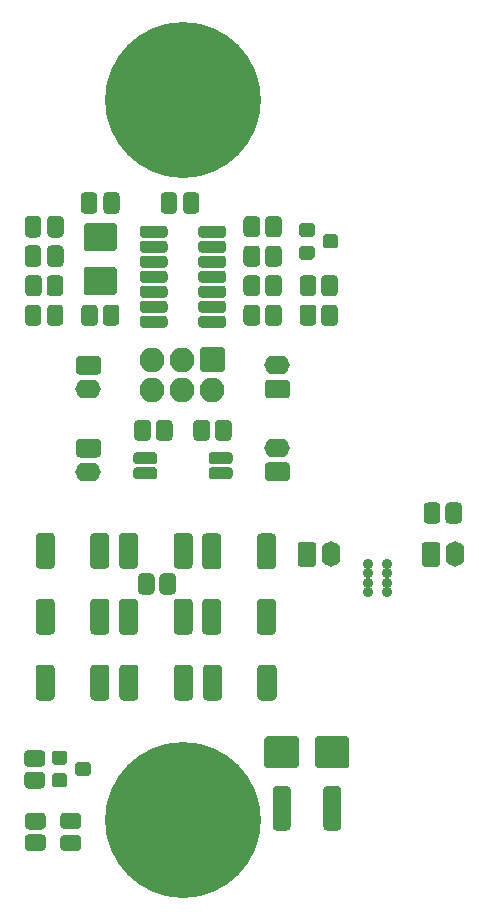
<source format=gbr>
G04 #@! TF.GenerationSoftware,KiCad,Pcbnew,5.1.10-88a1d61d58~88~ubuntu18.04.1*
G04 #@! TF.CreationDate,2021-11-17T22:12:39+08:00*
G04 #@! TF.ProjectId,ModuleV440,4d6f6475-6c65-4563-9434-302e6b696361,rev?*
G04 #@! TF.SameCoordinates,Original*
G04 #@! TF.FileFunction,Soldermask,Top*
G04 #@! TF.FilePolarity,Negative*
%FSLAX46Y46*%
G04 Gerber Fmt 4.6, Leading zero omitted, Abs format (unit mm)*
G04 Created by KiCad (PCBNEW 5.1.10-88a1d61d58~88~ubuntu18.04.1) date 2021-11-17 22:12:39*
%MOMM*%
%LPD*%
G01*
G04 APERTURE LIST*
%ADD10C,0.900000*%
%ADD11O,1.600000X2.150000*%
%ADD12O,2.100000X2.100000*%
%ADD13O,2.150000X1.600000*%
%ADD14C,1.300000*%
%ADD15C,13.200000*%
G04 APERTURE END LIST*
D10*
X132617600Y-86537600D03*
X132617600Y-84137600D03*
X132617600Y-85737600D03*
X132617600Y-84937600D03*
X132617600Y-84937600D03*
X134217600Y-84137600D03*
X134217600Y-84937600D03*
X134217600Y-85737600D03*
X134217600Y-86537600D03*
X134217600Y-84937600D03*
G36*
G01*
X138717600Y-79285159D02*
X138717600Y-80390041D01*
G75*
G02*
X138370041Y-80737600I-347559J0D01*
G01*
X137640159Y-80737600D01*
G75*
G02*
X137292600Y-80390041I0J347559D01*
G01*
X137292600Y-79285159D01*
G75*
G02*
X137640159Y-78937600I347559J0D01*
G01*
X138370041Y-78937600D01*
G75*
G02*
X138717600Y-79285159I0J-347559D01*
G01*
G37*
G36*
G01*
X140542600Y-79285159D02*
X140542600Y-80390041D01*
G75*
G02*
X140195041Y-80737600I-347559J0D01*
G01*
X139465159Y-80737600D01*
G75*
G02*
X139117600Y-80390041I0J347559D01*
G01*
X139117600Y-79285159D01*
G75*
G02*
X139465159Y-78937600I347559J0D01*
G01*
X140195041Y-78937600D01*
G75*
G02*
X140542600Y-79285159I0J-347559D01*
G01*
G37*
D11*
X139917600Y-83337600D03*
G36*
G01*
X137117600Y-84079268D02*
X137117600Y-82595932D01*
G75*
G02*
X137450932Y-82262600I333332J0D01*
G01*
X138384268Y-82262600D01*
G75*
G02*
X138717600Y-82595932I0J-333332D01*
G01*
X138717600Y-84079268D01*
G75*
G02*
X138384268Y-84412600I-333332J0D01*
G01*
X137450932Y-84412600D01*
G75*
G02*
X137117600Y-84079268I0J333332D01*
G01*
G37*
G36*
G01*
X119217600Y-72285158D02*
X119217600Y-73390042D01*
G75*
G02*
X118870042Y-73737600I-347558J0D01*
G01*
X118140158Y-73737600D01*
G75*
G02*
X117792600Y-73390042I0J347558D01*
G01*
X117792600Y-72285158D01*
G75*
G02*
X118140158Y-71937600I347558J0D01*
G01*
X118870042Y-71937600D01*
G75*
G02*
X119217600Y-72285158I0J-347558D01*
G01*
G37*
G36*
G01*
X121042600Y-72285158D02*
X121042600Y-73390042D01*
G75*
G02*
X120695042Y-73737600I-347558J0D01*
G01*
X119965158Y-73737600D01*
G75*
G02*
X119617600Y-73390042I0J347558D01*
G01*
X119617600Y-72285158D01*
G75*
G02*
X119965158Y-71937600I347558J0D01*
G01*
X120695042Y-71937600D01*
G75*
G02*
X121042600Y-72285158I0J-347558D01*
G01*
G37*
G36*
G01*
X123867600Y-63640042D02*
X123867600Y-62535158D01*
G75*
G02*
X124215158Y-62187600I347558J0D01*
G01*
X124945042Y-62187600D01*
G75*
G02*
X125292600Y-62535158I0J-347558D01*
G01*
X125292600Y-63640042D01*
G75*
G02*
X124945042Y-63987600I-347558J0D01*
G01*
X124215158Y-63987600D01*
G75*
G02*
X123867600Y-63640042I0J347558D01*
G01*
G37*
G36*
G01*
X122042600Y-63640042D02*
X122042600Y-62535158D01*
G75*
G02*
X122390158Y-62187600I347558J0D01*
G01*
X123120042Y-62187600D01*
G75*
G02*
X123467600Y-62535158I0J-347558D01*
G01*
X123467600Y-63640042D01*
G75*
G02*
X123120042Y-63987600I-347558J0D01*
G01*
X122390158Y-63987600D01*
G75*
G02*
X122042600Y-63640042I0J347558D01*
G01*
G37*
G36*
G01*
X128617600Y-63640042D02*
X128617600Y-62535158D01*
G75*
G02*
X128965158Y-62187600I347558J0D01*
G01*
X129695042Y-62187600D01*
G75*
G02*
X130042600Y-62535158I0J-347558D01*
G01*
X130042600Y-63640042D01*
G75*
G02*
X129695042Y-63987600I-347558J0D01*
G01*
X128965158Y-63987600D01*
G75*
G02*
X128617600Y-63640042I0J347558D01*
G01*
G37*
G36*
G01*
X126792600Y-63640042D02*
X126792600Y-62535158D01*
G75*
G02*
X127140158Y-62187600I347558J0D01*
G01*
X127870042Y-62187600D01*
G75*
G02*
X128217600Y-62535158I0J-347558D01*
G01*
X128217600Y-63640042D01*
G75*
G02*
X127870042Y-63987600I-347558J0D01*
G01*
X127140158Y-63987600D01*
G75*
G02*
X126792600Y-63640042I0J347558D01*
G01*
G37*
G36*
G01*
X105417600Y-63643850D02*
X105417600Y-62531350D01*
G75*
G02*
X105761350Y-62187600I343750J0D01*
G01*
X106448850Y-62187600D01*
G75*
G02*
X106792600Y-62531350I0J-343750D01*
G01*
X106792600Y-63643850D01*
G75*
G02*
X106448850Y-63987600I-343750J0D01*
G01*
X105761350Y-63987600D01*
G75*
G02*
X105417600Y-63643850I0J343750D01*
G01*
G37*
G36*
G01*
X103542600Y-63643850D02*
X103542600Y-62531350D01*
G75*
G02*
X103886350Y-62187600I343750J0D01*
G01*
X104573850Y-62187600D01*
G75*
G02*
X104917600Y-62531350I0J-343750D01*
G01*
X104917600Y-63643850D01*
G75*
G02*
X104573850Y-63987600I-343750J0D01*
G01*
X103886350Y-63987600D01*
G75*
G02*
X103542600Y-63643850I0J343750D01*
G01*
G37*
G36*
G01*
X128617600Y-61140042D02*
X128617600Y-60035158D01*
G75*
G02*
X128965158Y-59687600I347558J0D01*
G01*
X129695042Y-59687600D01*
G75*
G02*
X130042600Y-60035158I0J-347558D01*
G01*
X130042600Y-61140042D01*
G75*
G02*
X129695042Y-61487600I-347558J0D01*
G01*
X128965158Y-61487600D01*
G75*
G02*
X128617600Y-61140042I0J347558D01*
G01*
G37*
G36*
G01*
X126792600Y-61140042D02*
X126792600Y-60035158D01*
G75*
G02*
X127140158Y-59687600I347558J0D01*
G01*
X127870042Y-59687600D01*
G75*
G02*
X128217600Y-60035158I0J-347558D01*
G01*
X128217600Y-61140042D01*
G75*
G02*
X127870042Y-61487600I-347558J0D01*
G01*
X127140158Y-61487600D01*
G75*
G02*
X126792600Y-61140042I0J347558D01*
G01*
G37*
G36*
G01*
X123867600Y-61140042D02*
X123867600Y-60035158D01*
G75*
G02*
X124215158Y-59687600I347558J0D01*
G01*
X124945042Y-59687600D01*
G75*
G02*
X125292600Y-60035158I0J-347558D01*
G01*
X125292600Y-61140042D01*
G75*
G02*
X124945042Y-61487600I-347558J0D01*
G01*
X124215158Y-61487600D01*
G75*
G02*
X123867600Y-61140042I0J347558D01*
G01*
G37*
G36*
G01*
X122042600Y-61140042D02*
X122042600Y-60035158D01*
G75*
G02*
X122390158Y-59687600I347558J0D01*
G01*
X123120042Y-59687600D01*
G75*
G02*
X123467600Y-60035158I0J-347558D01*
G01*
X123467600Y-61140042D01*
G75*
G02*
X123120042Y-61487600I-347558J0D01*
G01*
X122390158Y-61487600D01*
G75*
G02*
X122042600Y-61140042I0J347558D01*
G01*
G37*
G36*
G01*
X123867600Y-56140042D02*
X123867600Y-55035158D01*
G75*
G02*
X124215158Y-54687600I347558J0D01*
G01*
X124945042Y-54687600D01*
G75*
G02*
X125292600Y-55035158I0J-347558D01*
G01*
X125292600Y-56140042D01*
G75*
G02*
X124945042Y-56487600I-347558J0D01*
G01*
X124215158Y-56487600D01*
G75*
G02*
X123867600Y-56140042I0J347558D01*
G01*
G37*
G36*
G01*
X122042600Y-56140042D02*
X122042600Y-55035158D01*
G75*
G02*
X122390158Y-54687600I347558J0D01*
G01*
X123120042Y-54687600D01*
G75*
G02*
X123467600Y-55035158I0J-347558D01*
G01*
X123467600Y-56140042D01*
G75*
G02*
X123120042Y-56487600I-347558J0D01*
G01*
X122390158Y-56487600D01*
G75*
G02*
X122042600Y-56140042I0J347558D01*
G01*
G37*
G36*
G01*
X110117600Y-63640042D02*
X110117600Y-62535158D01*
G75*
G02*
X110465158Y-62187600I347558J0D01*
G01*
X111195042Y-62187600D01*
G75*
G02*
X111542600Y-62535158I0J-347558D01*
G01*
X111542600Y-63640042D01*
G75*
G02*
X111195042Y-63987600I-347558J0D01*
G01*
X110465158Y-63987600D01*
G75*
G02*
X110117600Y-63640042I0J347558D01*
G01*
G37*
G36*
G01*
X108292600Y-63640042D02*
X108292600Y-62535158D01*
G75*
G02*
X108640158Y-62187600I347558J0D01*
G01*
X109370042Y-62187600D01*
G75*
G02*
X109717600Y-62535158I0J-347558D01*
G01*
X109717600Y-63640042D01*
G75*
G02*
X109370042Y-63987600I-347558J0D01*
G01*
X108640158Y-63987600D01*
G75*
G02*
X108292600Y-63640042I0J347558D01*
G01*
G37*
G36*
G01*
X111117600Y-61387600D02*
X108717600Y-61387600D01*
G75*
G02*
X108517600Y-61187600I0J200000D01*
G01*
X108517600Y-59187600D01*
G75*
G02*
X108717600Y-58987600I200000J0D01*
G01*
X111117600Y-58987600D01*
G75*
G02*
X111317600Y-59187600I0J-200000D01*
G01*
X111317600Y-61187600D01*
G75*
G02*
X111117600Y-61387600I-200000J0D01*
G01*
G37*
G36*
G01*
X111117600Y-57687600D02*
X108717600Y-57687600D01*
G75*
G02*
X108517600Y-57487600I0J200000D01*
G01*
X108517600Y-55487600D01*
G75*
G02*
X108717600Y-55287600I200000J0D01*
G01*
X111117600Y-55287600D01*
G75*
G02*
X111317600Y-55487600I0J-200000D01*
G01*
X111317600Y-57487600D01*
G75*
G02*
X111117600Y-57687600I-200000J0D01*
G01*
G37*
G36*
G01*
X118567600Y-65787600D02*
X120267600Y-65787600D01*
G75*
G02*
X120467600Y-65987600I0J-200000D01*
G01*
X120467600Y-67687600D01*
G75*
G02*
X120267600Y-67887600I-200000J0D01*
G01*
X118567600Y-67887600D01*
G75*
G02*
X118367600Y-67687600I0J200000D01*
G01*
X118367600Y-65987600D01*
G75*
G02*
X118567600Y-65787600I200000J0D01*
G01*
G37*
D12*
X119417600Y-69377600D03*
X116877600Y-66837600D03*
X116877600Y-69377600D03*
X114337600Y-66837600D03*
X114337600Y-69377600D03*
G36*
G01*
X123467600Y-57535158D02*
X123467600Y-58640042D01*
G75*
G02*
X123120042Y-58987600I-347558J0D01*
G01*
X122390158Y-58987600D01*
G75*
G02*
X122042600Y-58640042I0J347558D01*
G01*
X122042600Y-57535158D01*
G75*
G02*
X122390158Y-57187600I347558J0D01*
G01*
X123120042Y-57187600D01*
G75*
G02*
X123467600Y-57535158I0J-347558D01*
G01*
G37*
G36*
G01*
X125292600Y-57535158D02*
X125292600Y-58640042D01*
G75*
G02*
X124945042Y-58987600I-347558J0D01*
G01*
X124215158Y-58987600D01*
G75*
G02*
X123867600Y-58640042I0J347558D01*
G01*
X123867600Y-57535158D01*
G75*
G02*
X124215158Y-57187600I347558J0D01*
G01*
X124945042Y-57187600D01*
G75*
G02*
X125292600Y-57535158I0J-347558D01*
G01*
G37*
G36*
G01*
X104967600Y-60035158D02*
X104967600Y-61140042D01*
G75*
G02*
X104620042Y-61487600I-347558J0D01*
G01*
X103890158Y-61487600D01*
G75*
G02*
X103542600Y-61140042I0J347558D01*
G01*
X103542600Y-60035158D01*
G75*
G02*
X103890158Y-59687600I347558J0D01*
G01*
X104620042Y-59687600D01*
G75*
G02*
X104967600Y-60035158I0J-347558D01*
G01*
G37*
G36*
G01*
X106792600Y-60035158D02*
X106792600Y-61140042D01*
G75*
G02*
X106445042Y-61487600I-347558J0D01*
G01*
X105715158Y-61487600D01*
G75*
G02*
X105367600Y-61140042I0J347558D01*
G01*
X105367600Y-60035158D01*
G75*
G02*
X105715158Y-59687600I347558J0D01*
G01*
X106445042Y-59687600D01*
G75*
G02*
X106792600Y-60035158I0J-347558D01*
G01*
G37*
G36*
G01*
X128767600Y-57237600D02*
X128767600Y-56437600D01*
G75*
G02*
X128967600Y-56237600I200000J0D01*
G01*
X129867600Y-56237600D01*
G75*
G02*
X130067600Y-56437600I0J-200000D01*
G01*
X130067600Y-57237600D01*
G75*
G02*
X129867600Y-57437600I-200000J0D01*
G01*
X128967600Y-57437600D01*
G75*
G02*
X128767600Y-57237600I0J200000D01*
G01*
G37*
G36*
G01*
X126767600Y-58187600D02*
X126767600Y-57387600D01*
G75*
G02*
X126967600Y-57187600I200000J0D01*
G01*
X127867600Y-57187600D01*
G75*
G02*
X128067600Y-57387600I0J-200000D01*
G01*
X128067600Y-58187600D01*
G75*
G02*
X127867600Y-58387600I-200000J0D01*
G01*
X126967600Y-58387600D01*
G75*
G02*
X126767600Y-58187600I0J200000D01*
G01*
G37*
G36*
G01*
X126767600Y-56287600D02*
X126767600Y-55487600D01*
G75*
G02*
X126967600Y-55287600I200000J0D01*
G01*
X127867600Y-55287600D01*
G75*
G02*
X128067600Y-55487600I0J-200000D01*
G01*
X128067600Y-56287600D01*
G75*
G02*
X127867600Y-56487600I-200000J0D01*
G01*
X126967600Y-56487600D01*
G75*
G02*
X126767600Y-56287600I0J200000D01*
G01*
G37*
G36*
G01*
X104917600Y-57512600D02*
X104917600Y-58662600D01*
G75*
G02*
X104567600Y-59012600I-350000J0D01*
G01*
X103867600Y-59012600D01*
G75*
G02*
X103517600Y-58662600I0J350000D01*
G01*
X103517600Y-57512600D01*
G75*
G02*
X103867600Y-57162600I350000J0D01*
G01*
X104567600Y-57162600D01*
G75*
G02*
X104917600Y-57512600I0J-350000D01*
G01*
G37*
G36*
G01*
X106817600Y-57512600D02*
X106817600Y-58662600D01*
G75*
G02*
X106467600Y-59012600I-350000J0D01*
G01*
X105767600Y-59012600D01*
G75*
G02*
X105417600Y-58662600I0J350000D01*
G01*
X105417600Y-57512600D01*
G75*
G02*
X105767600Y-57162600I350000J0D01*
G01*
X106467600Y-57162600D01*
G75*
G02*
X106817600Y-57512600I0J-350000D01*
G01*
G37*
G36*
G01*
X104917600Y-55012600D02*
X104917600Y-56162600D01*
G75*
G02*
X104567600Y-56512600I-350000J0D01*
G01*
X103867600Y-56512600D01*
G75*
G02*
X103517600Y-56162600I0J350000D01*
G01*
X103517600Y-55012600D01*
G75*
G02*
X103867600Y-54662600I350000J0D01*
G01*
X104567600Y-54662600D01*
G75*
G02*
X104917600Y-55012600I0J-350000D01*
G01*
G37*
G36*
G01*
X106817600Y-55012600D02*
X106817600Y-56162600D01*
G75*
G02*
X106467600Y-56512600I-350000J0D01*
G01*
X105767600Y-56512600D01*
G75*
G02*
X105417600Y-56162600I0J350000D01*
G01*
X105417600Y-55012600D01*
G75*
G02*
X105767600Y-54662600I350000J0D01*
G01*
X106467600Y-54662600D01*
G75*
G02*
X106817600Y-55012600I0J-350000D01*
G01*
G37*
G36*
G01*
X116917600Y-54162600D02*
X116917600Y-53012600D01*
G75*
G02*
X117267600Y-52662600I350000J0D01*
G01*
X117967600Y-52662600D01*
G75*
G02*
X118317600Y-53012600I0J-350000D01*
G01*
X118317600Y-54162600D01*
G75*
G02*
X117967600Y-54512600I-350000J0D01*
G01*
X117267600Y-54512600D01*
G75*
G02*
X116917600Y-54162600I0J350000D01*
G01*
G37*
G36*
G01*
X115017600Y-54162600D02*
X115017600Y-53012600D01*
G75*
G02*
X115367600Y-52662600I350000J0D01*
G01*
X116067600Y-52662600D01*
G75*
G02*
X116417600Y-53012600I0J-350000D01*
G01*
X116417600Y-54162600D01*
G75*
G02*
X116067600Y-54512600I-350000J0D01*
G01*
X115367600Y-54512600D01*
G75*
G02*
X115017600Y-54162600I0J350000D01*
G01*
G37*
G36*
G01*
X109667600Y-53012600D02*
X109667600Y-54162600D01*
G75*
G02*
X109317600Y-54512600I-350000J0D01*
G01*
X108617600Y-54512600D01*
G75*
G02*
X108267600Y-54162600I0J350000D01*
G01*
X108267600Y-53012600D01*
G75*
G02*
X108617600Y-52662600I350000J0D01*
G01*
X109317600Y-52662600D01*
G75*
G02*
X109667600Y-53012600I0J-350000D01*
G01*
G37*
G36*
G01*
X111567600Y-53012600D02*
X111567600Y-54162600D01*
G75*
G02*
X111217600Y-54512600I-350000J0D01*
G01*
X110517600Y-54512600D01*
G75*
G02*
X110167600Y-54162600I0J350000D01*
G01*
X110167600Y-53012600D01*
G75*
G02*
X110517600Y-52662600I350000J0D01*
G01*
X111217600Y-52662600D01*
G75*
G02*
X111567600Y-53012600I0J-350000D01*
G01*
G37*
G36*
G01*
X118217600Y-56277600D02*
X118217600Y-55777600D01*
G75*
G02*
X118467600Y-55527600I250000J0D01*
G01*
X120317600Y-55527600D01*
G75*
G02*
X120567600Y-55777600I0J-250000D01*
G01*
X120567600Y-56277600D01*
G75*
G02*
X120317600Y-56527600I-250000J0D01*
G01*
X118467600Y-56527600D01*
G75*
G02*
X118217600Y-56277600I0J250000D01*
G01*
G37*
G36*
G01*
X118217600Y-57547600D02*
X118217600Y-57047600D01*
G75*
G02*
X118467600Y-56797600I250000J0D01*
G01*
X120317600Y-56797600D01*
G75*
G02*
X120567600Y-57047600I0J-250000D01*
G01*
X120567600Y-57547600D01*
G75*
G02*
X120317600Y-57797600I-250000J0D01*
G01*
X118467600Y-57797600D01*
G75*
G02*
X118217600Y-57547600I0J250000D01*
G01*
G37*
G36*
G01*
X118217600Y-58817600D02*
X118217600Y-58317600D01*
G75*
G02*
X118467600Y-58067600I250000J0D01*
G01*
X120317600Y-58067600D01*
G75*
G02*
X120567600Y-58317600I0J-250000D01*
G01*
X120567600Y-58817600D01*
G75*
G02*
X120317600Y-59067600I-250000J0D01*
G01*
X118467600Y-59067600D01*
G75*
G02*
X118217600Y-58817600I0J250000D01*
G01*
G37*
G36*
G01*
X118217600Y-60087600D02*
X118217600Y-59587600D01*
G75*
G02*
X118467600Y-59337600I250000J0D01*
G01*
X120317600Y-59337600D01*
G75*
G02*
X120567600Y-59587600I0J-250000D01*
G01*
X120567600Y-60087600D01*
G75*
G02*
X120317600Y-60337600I-250000J0D01*
G01*
X118467600Y-60337600D01*
G75*
G02*
X118217600Y-60087600I0J250000D01*
G01*
G37*
G36*
G01*
X118217600Y-61357600D02*
X118217600Y-60857600D01*
G75*
G02*
X118467600Y-60607600I250000J0D01*
G01*
X120317600Y-60607600D01*
G75*
G02*
X120567600Y-60857600I0J-250000D01*
G01*
X120567600Y-61357600D01*
G75*
G02*
X120317600Y-61607600I-250000J0D01*
G01*
X118467600Y-61607600D01*
G75*
G02*
X118217600Y-61357600I0J250000D01*
G01*
G37*
G36*
G01*
X118217600Y-62627600D02*
X118217600Y-62127600D01*
G75*
G02*
X118467600Y-61877600I250000J0D01*
G01*
X120317600Y-61877600D01*
G75*
G02*
X120567600Y-62127600I0J-250000D01*
G01*
X120567600Y-62627600D01*
G75*
G02*
X120317600Y-62877600I-250000J0D01*
G01*
X118467600Y-62877600D01*
G75*
G02*
X118217600Y-62627600I0J250000D01*
G01*
G37*
G36*
G01*
X118217600Y-63897600D02*
X118217600Y-63397600D01*
G75*
G02*
X118467600Y-63147600I250000J0D01*
G01*
X120317600Y-63147600D01*
G75*
G02*
X120567600Y-63397600I0J-250000D01*
G01*
X120567600Y-63897600D01*
G75*
G02*
X120317600Y-64147600I-250000J0D01*
G01*
X118467600Y-64147600D01*
G75*
G02*
X118217600Y-63897600I0J250000D01*
G01*
G37*
G36*
G01*
X113267600Y-63897600D02*
X113267600Y-63397600D01*
G75*
G02*
X113517600Y-63147600I250000J0D01*
G01*
X115367600Y-63147600D01*
G75*
G02*
X115617600Y-63397600I0J-250000D01*
G01*
X115617600Y-63897600D01*
G75*
G02*
X115367600Y-64147600I-250000J0D01*
G01*
X113517600Y-64147600D01*
G75*
G02*
X113267600Y-63897600I0J250000D01*
G01*
G37*
G36*
G01*
X113267600Y-62627600D02*
X113267600Y-62127600D01*
G75*
G02*
X113517600Y-61877600I250000J0D01*
G01*
X115367600Y-61877600D01*
G75*
G02*
X115617600Y-62127600I0J-250000D01*
G01*
X115617600Y-62627600D01*
G75*
G02*
X115367600Y-62877600I-250000J0D01*
G01*
X113517600Y-62877600D01*
G75*
G02*
X113267600Y-62627600I0J250000D01*
G01*
G37*
G36*
G01*
X113267600Y-61357600D02*
X113267600Y-60857600D01*
G75*
G02*
X113517600Y-60607600I250000J0D01*
G01*
X115367600Y-60607600D01*
G75*
G02*
X115617600Y-60857600I0J-250000D01*
G01*
X115617600Y-61357600D01*
G75*
G02*
X115367600Y-61607600I-250000J0D01*
G01*
X113517600Y-61607600D01*
G75*
G02*
X113267600Y-61357600I0J250000D01*
G01*
G37*
G36*
G01*
X113267600Y-60087600D02*
X113267600Y-59587600D01*
G75*
G02*
X113517600Y-59337600I250000J0D01*
G01*
X115367600Y-59337600D01*
G75*
G02*
X115617600Y-59587600I0J-250000D01*
G01*
X115617600Y-60087600D01*
G75*
G02*
X115367600Y-60337600I-250000J0D01*
G01*
X113517600Y-60337600D01*
G75*
G02*
X113267600Y-60087600I0J250000D01*
G01*
G37*
G36*
G01*
X113267600Y-58817600D02*
X113267600Y-58317600D01*
G75*
G02*
X113517600Y-58067600I250000J0D01*
G01*
X115367600Y-58067600D01*
G75*
G02*
X115617600Y-58317600I0J-250000D01*
G01*
X115617600Y-58817600D01*
G75*
G02*
X115367600Y-59067600I-250000J0D01*
G01*
X113517600Y-59067600D01*
G75*
G02*
X113267600Y-58817600I0J250000D01*
G01*
G37*
G36*
G01*
X113267600Y-57547600D02*
X113267600Y-57047600D01*
G75*
G02*
X113517600Y-56797600I250000J0D01*
G01*
X115367600Y-56797600D01*
G75*
G02*
X115617600Y-57047600I0J-250000D01*
G01*
X115617600Y-57547600D01*
G75*
G02*
X115367600Y-57797600I-250000J0D01*
G01*
X113517600Y-57797600D01*
G75*
G02*
X113267600Y-57547600I0J250000D01*
G01*
G37*
G36*
G01*
X113267600Y-56277600D02*
X113267600Y-55777600D01*
G75*
G02*
X113517600Y-55527600I250000J0D01*
G01*
X115367600Y-55527600D01*
G75*
G02*
X115617600Y-55777600I0J-250000D01*
G01*
X115617600Y-56277600D01*
G75*
G02*
X115367600Y-56527600I-250000J0D01*
G01*
X113517600Y-56527600D01*
G75*
G02*
X113267600Y-56277600I0J250000D01*
G01*
G37*
G36*
G01*
X120167600Y-81894231D02*
X120167600Y-84280969D01*
G75*
G02*
X119835969Y-84612600I-331631J0D01*
G01*
X118874231Y-84612600D01*
G75*
G02*
X118542600Y-84280969I0J331631D01*
G01*
X118542600Y-81894231D01*
G75*
G02*
X118874231Y-81562600I331631J0D01*
G01*
X119835969Y-81562600D01*
G75*
G02*
X120167600Y-81894231I0J-331631D01*
G01*
G37*
G36*
G01*
X124792600Y-81894231D02*
X124792600Y-84280969D01*
G75*
G02*
X124460969Y-84612600I-331631J0D01*
G01*
X123499231Y-84612600D01*
G75*
G02*
X123167600Y-84280969I0J331631D01*
G01*
X123167600Y-81894231D01*
G75*
G02*
X123499231Y-81562600I331631J0D01*
G01*
X124460969Y-81562600D01*
G75*
G02*
X124792600Y-81894231I0J-331631D01*
G01*
G37*
G36*
G01*
X116117600Y-84230969D02*
X116117600Y-81844231D01*
G75*
G02*
X116449231Y-81512600I331631J0D01*
G01*
X117410969Y-81512600D01*
G75*
G02*
X117742600Y-81844231I0J-331631D01*
G01*
X117742600Y-84230969D01*
G75*
G02*
X117410969Y-84562600I-331631J0D01*
G01*
X116449231Y-84562600D01*
G75*
G02*
X116117600Y-84230969I0J331631D01*
G01*
G37*
G36*
G01*
X111492600Y-84230969D02*
X111492600Y-81844231D01*
G75*
G02*
X111824231Y-81512600I331631J0D01*
G01*
X112785969Y-81512600D01*
G75*
G02*
X113117600Y-81844231I0J-331631D01*
G01*
X113117600Y-84230969D01*
G75*
G02*
X112785969Y-84562600I-331631J0D01*
G01*
X111824231Y-84562600D01*
G75*
G02*
X111492600Y-84230969I0J331631D01*
G01*
G37*
G36*
G01*
X123167600Y-89805969D02*
X123167600Y-87419231D01*
G75*
G02*
X123499231Y-87087600I331631J0D01*
G01*
X124460969Y-87087600D01*
G75*
G02*
X124792600Y-87419231I0J-331631D01*
G01*
X124792600Y-89805969D01*
G75*
G02*
X124460969Y-90137600I-331631J0D01*
G01*
X123499231Y-90137600D01*
G75*
G02*
X123167600Y-89805969I0J331631D01*
G01*
G37*
G36*
G01*
X118542600Y-89805969D02*
X118542600Y-87419231D01*
G75*
G02*
X118874231Y-87087600I331631J0D01*
G01*
X119835969Y-87087600D01*
G75*
G02*
X120167600Y-87419231I0J-331631D01*
G01*
X120167600Y-89805969D01*
G75*
G02*
X119835969Y-90137600I-331631J0D01*
G01*
X118874231Y-90137600D01*
G75*
G02*
X118542600Y-89805969I0J331631D01*
G01*
G37*
G36*
G01*
X113117600Y-87419231D02*
X113117600Y-89805969D01*
G75*
G02*
X112785969Y-90137600I-331631J0D01*
G01*
X111824231Y-90137600D01*
G75*
G02*
X111492600Y-89805969I0J331631D01*
G01*
X111492600Y-87419231D01*
G75*
G02*
X111824231Y-87087600I331631J0D01*
G01*
X112785969Y-87087600D01*
G75*
G02*
X113117600Y-87419231I0J-331631D01*
G01*
G37*
G36*
G01*
X117742600Y-87419231D02*
X117742600Y-89805969D01*
G75*
G02*
X117410969Y-90137600I-331631J0D01*
G01*
X116449231Y-90137600D01*
G75*
G02*
X116117600Y-89805969I0J331631D01*
G01*
X116117600Y-87419231D01*
G75*
G02*
X116449231Y-87087600I331631J0D01*
G01*
X117410969Y-87087600D01*
G75*
G02*
X117742600Y-87419231I0J-331631D01*
G01*
G37*
G36*
G01*
X120217600Y-92994231D02*
X120217600Y-95380969D01*
G75*
G02*
X119885969Y-95712600I-331631J0D01*
G01*
X118924231Y-95712600D01*
G75*
G02*
X118592600Y-95380969I0J331631D01*
G01*
X118592600Y-92994231D01*
G75*
G02*
X118924231Y-92662600I331631J0D01*
G01*
X119885969Y-92662600D01*
G75*
G02*
X120217600Y-92994231I0J-331631D01*
G01*
G37*
G36*
G01*
X124842600Y-92994231D02*
X124842600Y-95380969D01*
G75*
G02*
X124510969Y-95712600I-331631J0D01*
G01*
X123549231Y-95712600D01*
G75*
G02*
X123217600Y-95380969I0J331631D01*
G01*
X123217600Y-92994231D01*
G75*
G02*
X123549231Y-92662600I331631J0D01*
G01*
X124510969Y-92662600D01*
G75*
G02*
X124842600Y-92994231I0J-331631D01*
G01*
G37*
G36*
G01*
X116142600Y-95380969D02*
X116142600Y-92994231D01*
G75*
G02*
X116474231Y-92662600I331631J0D01*
G01*
X117435969Y-92662600D01*
G75*
G02*
X117767600Y-92994231I0J-331631D01*
G01*
X117767600Y-95380969D01*
G75*
G02*
X117435969Y-95712600I-331631J0D01*
G01*
X116474231Y-95712600D01*
G75*
G02*
X116142600Y-95380969I0J331631D01*
G01*
G37*
G36*
G01*
X111517600Y-95380969D02*
X111517600Y-92994231D01*
G75*
G02*
X111849231Y-92662600I331631J0D01*
G01*
X112810969Y-92662600D01*
G75*
G02*
X113142600Y-92994231I0J-331631D01*
G01*
X113142600Y-95380969D01*
G75*
G02*
X112810969Y-95712600I-331631J0D01*
G01*
X111849231Y-95712600D01*
G75*
G02*
X111517600Y-95380969I0J331631D01*
G01*
G37*
G36*
G01*
X106067600Y-81844231D02*
X106067600Y-84230969D01*
G75*
G02*
X105735969Y-84562600I-331631J0D01*
G01*
X104774231Y-84562600D01*
G75*
G02*
X104442600Y-84230969I0J331631D01*
G01*
X104442600Y-81844231D01*
G75*
G02*
X104774231Y-81512600I331631J0D01*
G01*
X105735969Y-81512600D01*
G75*
G02*
X106067600Y-81844231I0J-331631D01*
G01*
G37*
G36*
G01*
X110692600Y-81844231D02*
X110692600Y-84230969D01*
G75*
G02*
X110360969Y-84562600I-331631J0D01*
G01*
X109399231Y-84562600D01*
G75*
G02*
X109067600Y-84230969I0J331631D01*
G01*
X109067600Y-81844231D01*
G75*
G02*
X109399231Y-81512600I331631J0D01*
G01*
X110360969Y-81512600D01*
G75*
G02*
X110692600Y-81844231I0J-331631D01*
G01*
G37*
G36*
G01*
X109067600Y-89805969D02*
X109067600Y-87419231D01*
G75*
G02*
X109399231Y-87087600I331631J0D01*
G01*
X110360969Y-87087600D01*
G75*
G02*
X110692600Y-87419231I0J-331631D01*
G01*
X110692600Y-89805969D01*
G75*
G02*
X110360969Y-90137600I-331631J0D01*
G01*
X109399231Y-90137600D01*
G75*
G02*
X109067600Y-89805969I0J331631D01*
G01*
G37*
G36*
G01*
X104442600Y-89805969D02*
X104442600Y-87419231D01*
G75*
G02*
X104774231Y-87087600I331631J0D01*
G01*
X105735969Y-87087600D01*
G75*
G02*
X106067600Y-87419231I0J-331631D01*
G01*
X106067600Y-89805969D01*
G75*
G02*
X105735969Y-90137600I-331631J0D01*
G01*
X104774231Y-90137600D01*
G75*
G02*
X104442600Y-89805969I0J331631D01*
G01*
G37*
G36*
G01*
X106067600Y-92994231D02*
X106067600Y-95380969D01*
G75*
G02*
X105735969Y-95712600I-331631J0D01*
G01*
X104774231Y-95712600D01*
G75*
G02*
X104442600Y-95380969I0J331631D01*
G01*
X104442600Y-92994231D01*
G75*
G02*
X104774231Y-92662600I331631J0D01*
G01*
X105735969Y-92662600D01*
G75*
G02*
X106067600Y-92994231I0J-331631D01*
G01*
G37*
G36*
G01*
X110692600Y-92994231D02*
X110692600Y-95380969D01*
G75*
G02*
X110360969Y-95712600I-331631J0D01*
G01*
X109399231Y-95712600D01*
G75*
G02*
X109067600Y-95380969I0J331631D01*
G01*
X109067600Y-92994231D01*
G75*
G02*
X109399231Y-92662600I331631J0D01*
G01*
X110360969Y-92662600D01*
G75*
G02*
X110692600Y-92994231I0J-331631D01*
G01*
G37*
G36*
G01*
X119092600Y-75452600D02*
X119092600Y-74952600D01*
G75*
G02*
X119342600Y-74702600I250000J0D01*
G01*
X120867600Y-74702600D01*
G75*
G02*
X121117600Y-74952600I0J-250000D01*
G01*
X121117600Y-75452600D01*
G75*
G02*
X120867600Y-75702600I-250000J0D01*
G01*
X119342600Y-75702600D01*
G75*
G02*
X119092600Y-75452600I0J250000D01*
G01*
G37*
G36*
G01*
X119092600Y-76722600D02*
X119092600Y-76222600D01*
G75*
G02*
X119342600Y-75972600I250000J0D01*
G01*
X120867600Y-75972600D01*
G75*
G02*
X121117600Y-76222600I0J-250000D01*
G01*
X121117600Y-76722600D01*
G75*
G02*
X120867600Y-76972600I-250000J0D01*
G01*
X119342600Y-76972600D01*
G75*
G02*
X119092600Y-76722600I0J250000D01*
G01*
G37*
G36*
G01*
X112717600Y-76722600D02*
X112717600Y-76222600D01*
G75*
G02*
X112967600Y-75972600I250000J0D01*
G01*
X114492600Y-75972600D01*
G75*
G02*
X114742600Y-76222600I0J-250000D01*
G01*
X114742600Y-76722600D01*
G75*
G02*
X114492600Y-76972600I-250000J0D01*
G01*
X112967600Y-76972600D01*
G75*
G02*
X112717600Y-76722600I0J250000D01*
G01*
G37*
G36*
G01*
X112717600Y-75452600D02*
X112717600Y-74952600D01*
G75*
G02*
X112967600Y-74702600I250000J0D01*
G01*
X114492600Y-74702600D01*
G75*
G02*
X114742600Y-74952600I0J-250000D01*
G01*
X114742600Y-75452600D01*
G75*
G02*
X114492600Y-75702600I-250000J0D01*
G01*
X112967600Y-75702600D01*
G75*
G02*
X112717600Y-75452600I0J250000D01*
G01*
G37*
D13*
X124917600Y-74337600D03*
G36*
G01*
X125659268Y-77137600D02*
X124175932Y-77137600D01*
G75*
G02*
X123842600Y-76804268I0J333332D01*
G01*
X123842600Y-75870932D01*
G75*
G02*
X124175932Y-75537600I333332J0D01*
G01*
X125659268Y-75537600D01*
G75*
G02*
X125992600Y-75870932I0J-333332D01*
G01*
X125992600Y-76804268D01*
G75*
G02*
X125659268Y-77137600I-333332J0D01*
G01*
G37*
X108917600Y-76337600D03*
G36*
G01*
X108175932Y-73537600D02*
X109659268Y-73537600D01*
G75*
G02*
X109992600Y-73870932I0J-333332D01*
G01*
X109992600Y-74804268D01*
G75*
G02*
X109659268Y-75137600I-333332J0D01*
G01*
X108175932Y-75137600D01*
G75*
G02*
X107842600Y-74804268I0J333332D01*
G01*
X107842600Y-73870932D01*
G75*
G02*
X108175932Y-73537600I333332J0D01*
G01*
G37*
G36*
G01*
X126717600Y-98937600D02*
X126717600Y-101237600D01*
G75*
G02*
X126517600Y-101437600I-200000J0D01*
G01*
X124017600Y-101437600D01*
G75*
G02*
X123817600Y-101237600I0J200000D01*
G01*
X123817600Y-98937600D01*
G75*
G02*
X124017600Y-98737600I200000J0D01*
G01*
X126517600Y-98737600D01*
G75*
G02*
X126717600Y-98937600I0J-200000D01*
G01*
G37*
G36*
G01*
X131017600Y-98937600D02*
X131017600Y-101237600D01*
G75*
G02*
X130817600Y-101437600I-200000J0D01*
G01*
X128317600Y-101437600D01*
G75*
G02*
X128117600Y-101237600I0J200000D01*
G01*
X128117600Y-98937600D01*
G75*
G02*
X128317600Y-98737600I200000J0D01*
G01*
X130817600Y-98737600D01*
G75*
G02*
X131017600Y-98937600I0J-200000D01*
G01*
G37*
G36*
G01*
X114517600Y-85285158D02*
X114517600Y-86390042D01*
G75*
G02*
X114170042Y-86737600I-347558J0D01*
G01*
X113440158Y-86737600D01*
G75*
G02*
X113092600Y-86390042I0J347558D01*
G01*
X113092600Y-85285158D01*
G75*
G02*
X113440158Y-84937600I347558J0D01*
G01*
X114170042Y-84937600D01*
G75*
G02*
X114517600Y-85285158I0J-347558D01*
G01*
G37*
G36*
G01*
X116342600Y-85285158D02*
X116342600Y-86390042D01*
G75*
G02*
X115995042Y-86737600I-347558J0D01*
G01*
X115265158Y-86737600D01*
G75*
G02*
X114917600Y-86390042I0J347558D01*
G01*
X114917600Y-85285158D01*
G75*
G02*
X115265158Y-84937600I347558J0D01*
G01*
X115995042Y-84937600D01*
G75*
G02*
X116342600Y-85285158I0J-347558D01*
G01*
G37*
G36*
G01*
X103865158Y-107037600D02*
X104970042Y-107037600D01*
G75*
G02*
X105317600Y-107385158I0J-347558D01*
G01*
X105317600Y-108115042D01*
G75*
G02*
X104970042Y-108462600I-347558J0D01*
G01*
X103865158Y-108462600D01*
G75*
G02*
X103517600Y-108115042I0J347558D01*
G01*
X103517600Y-107385158D01*
G75*
G02*
X103865158Y-107037600I347558J0D01*
G01*
G37*
G36*
G01*
X103865158Y-105212600D02*
X104970042Y-105212600D01*
G75*
G02*
X105317600Y-105560158I0J-347558D01*
G01*
X105317600Y-106290042D01*
G75*
G02*
X104970042Y-106637600I-347558J0D01*
G01*
X103865158Y-106637600D01*
G75*
G02*
X103517600Y-106290042I0J347558D01*
G01*
X103517600Y-105560158D01*
G75*
G02*
X103865158Y-105212600I347558J0D01*
G01*
G37*
G36*
G01*
X103815158Y-101737600D02*
X104920042Y-101737600D01*
G75*
G02*
X105267600Y-102085158I0J-347558D01*
G01*
X105267600Y-102815042D01*
G75*
G02*
X104920042Y-103162600I-347558J0D01*
G01*
X103815158Y-103162600D01*
G75*
G02*
X103467600Y-102815042I0J347558D01*
G01*
X103467600Y-102085158D01*
G75*
G02*
X103815158Y-101737600I347558J0D01*
G01*
G37*
G36*
G01*
X103815158Y-99912600D02*
X104920042Y-99912600D01*
G75*
G02*
X105267600Y-100260158I0J-347558D01*
G01*
X105267600Y-100990042D01*
G75*
G02*
X104920042Y-101337600I-347558J0D01*
G01*
X103815158Y-101337600D01*
G75*
G02*
X103467600Y-100990042I0J347558D01*
G01*
X103467600Y-100260158D01*
G75*
G02*
X103815158Y-99912600I347558J0D01*
G01*
G37*
G36*
G01*
X114617600Y-73390042D02*
X114617600Y-72285158D01*
G75*
G02*
X114965158Y-71937600I347558J0D01*
G01*
X115695042Y-71937600D01*
G75*
G02*
X116042600Y-72285158I0J-347558D01*
G01*
X116042600Y-73390042D01*
G75*
G02*
X115695042Y-73737600I-347558J0D01*
G01*
X114965158Y-73737600D01*
G75*
G02*
X114617600Y-73390042I0J347558D01*
G01*
G37*
G36*
G01*
X112792600Y-73390042D02*
X112792600Y-72285158D01*
G75*
G02*
X113140158Y-71937600I347558J0D01*
G01*
X113870042Y-71937600D01*
G75*
G02*
X114217600Y-72285158I0J-347558D01*
G01*
X114217600Y-73390042D01*
G75*
G02*
X113870042Y-73737600I-347558J0D01*
G01*
X113140158Y-73737600D01*
G75*
G02*
X112792600Y-73390042I0J347558D01*
G01*
G37*
G36*
G01*
X126042600Y-103276486D02*
X126042600Y-106398714D01*
G75*
G02*
X125703714Y-106737600I-338886J0D01*
G01*
X124856486Y-106737600D01*
G75*
G02*
X124517600Y-106398714I0J338886D01*
G01*
X124517600Y-103276486D01*
G75*
G02*
X124856486Y-102937600I338886J0D01*
G01*
X125703714Y-102937600D01*
G75*
G02*
X126042600Y-103276486I0J-338886D01*
G01*
G37*
G36*
G01*
X130317600Y-103276486D02*
X130317600Y-106398714D01*
G75*
G02*
X129978714Y-106737600I-338886J0D01*
G01*
X129131486Y-106737600D01*
G75*
G02*
X128792600Y-106398714I0J338886D01*
G01*
X128792600Y-103276486D01*
G75*
G02*
X129131486Y-102937600I338886J0D01*
G01*
X129978714Y-102937600D01*
G75*
G02*
X130317600Y-103276486I0J-338886D01*
G01*
G37*
D11*
X129417600Y-83337600D03*
G36*
G01*
X126617600Y-84079268D02*
X126617600Y-82595932D01*
G75*
G02*
X126950932Y-82262600I333332J0D01*
G01*
X127884268Y-82262600D01*
G75*
G02*
X128217600Y-82595932I0J-333332D01*
G01*
X128217600Y-84079268D01*
G75*
G02*
X127884268Y-84412600I-333332J0D01*
G01*
X126950932Y-84412600D01*
G75*
G02*
X126617600Y-84079268I0J333332D01*
G01*
G37*
G36*
G01*
X107973850Y-106587600D02*
X106861350Y-106587600D01*
G75*
G02*
X106517600Y-106243850I0J343750D01*
G01*
X106517600Y-105556350D01*
G75*
G02*
X106861350Y-105212600I343750J0D01*
G01*
X107973850Y-105212600D01*
G75*
G02*
X108317600Y-105556350I0J-343750D01*
G01*
X108317600Y-106243850D01*
G75*
G02*
X107973850Y-106587600I-343750J0D01*
G01*
G37*
G36*
G01*
X107973850Y-108462600D02*
X106861350Y-108462600D01*
G75*
G02*
X106517600Y-108118850I0J343750D01*
G01*
X106517600Y-107431350D01*
G75*
G02*
X106861350Y-107087600I343750J0D01*
G01*
X107973850Y-107087600D01*
G75*
G02*
X108317600Y-107431350I0J-343750D01*
G01*
X108317600Y-108118850D01*
G75*
G02*
X107973850Y-108462600I-343750J0D01*
G01*
G37*
G36*
G01*
X105817600Y-100962600D02*
X105817600Y-100162600D01*
G75*
G02*
X106017600Y-99962600I200000J0D01*
G01*
X106917600Y-99962600D01*
G75*
G02*
X107117600Y-100162600I0J-200000D01*
G01*
X107117600Y-100962600D01*
G75*
G02*
X106917600Y-101162600I-200000J0D01*
G01*
X106017600Y-101162600D01*
G75*
G02*
X105817600Y-100962600I0J200000D01*
G01*
G37*
G36*
G01*
X105817600Y-102862600D02*
X105817600Y-102062600D01*
G75*
G02*
X106017600Y-101862600I200000J0D01*
G01*
X106917600Y-101862600D01*
G75*
G02*
X107117600Y-102062600I0J-200000D01*
G01*
X107117600Y-102862600D01*
G75*
G02*
X106917600Y-103062600I-200000J0D01*
G01*
X106017600Y-103062600D01*
G75*
G02*
X105817600Y-102862600I0J200000D01*
G01*
G37*
G36*
G01*
X107817600Y-101912600D02*
X107817600Y-101112600D01*
G75*
G02*
X108017600Y-100912600I200000J0D01*
G01*
X108917600Y-100912600D01*
G75*
G02*
X109117600Y-101112600I0J-200000D01*
G01*
X109117600Y-101912600D01*
G75*
G02*
X108917600Y-102112600I-200000J0D01*
G01*
X108017600Y-102112600D01*
G75*
G02*
X107817600Y-101912600I0J200000D01*
G01*
G37*
D13*
X124917600Y-67337600D03*
G36*
G01*
X125659268Y-70137600D02*
X124175932Y-70137600D01*
G75*
G02*
X123842600Y-69804268I0J333332D01*
G01*
X123842600Y-68870932D01*
G75*
G02*
X124175932Y-68537600I333332J0D01*
G01*
X125659268Y-68537600D01*
G75*
G02*
X125992600Y-68870932I0J-333332D01*
G01*
X125992600Y-69804268D01*
G75*
G02*
X125659268Y-70137600I-333332J0D01*
G01*
G37*
G36*
G01*
X108175932Y-66537600D02*
X109659268Y-66537600D01*
G75*
G02*
X109992600Y-66870932I0J-333332D01*
G01*
X109992600Y-67804268D01*
G75*
G02*
X109659268Y-68137600I-333332J0D01*
G01*
X108175932Y-68137600D01*
G75*
G02*
X107842600Y-67804268I0J333332D01*
G01*
X107842600Y-66870932D01*
G75*
G02*
X108175932Y-66537600I333332J0D01*
G01*
G37*
X108917600Y-69337600D03*
D14*
X120311713Y-41443487D03*
X116917600Y-40037600D03*
X113523487Y-41443487D03*
X112117600Y-44837600D03*
X113523487Y-48231713D03*
X116917600Y-49637600D03*
X120311713Y-48231713D03*
X121717600Y-44837600D03*
D15*
X116917600Y-44837600D03*
D14*
X120311713Y-102443487D03*
X116917600Y-101037600D03*
X113523487Y-102443487D03*
X112117600Y-105837600D03*
X113523487Y-109231713D03*
X116917600Y-110637600D03*
X120311713Y-109231713D03*
X121717600Y-105837600D03*
D15*
X116917600Y-105837600D03*
M02*

</source>
